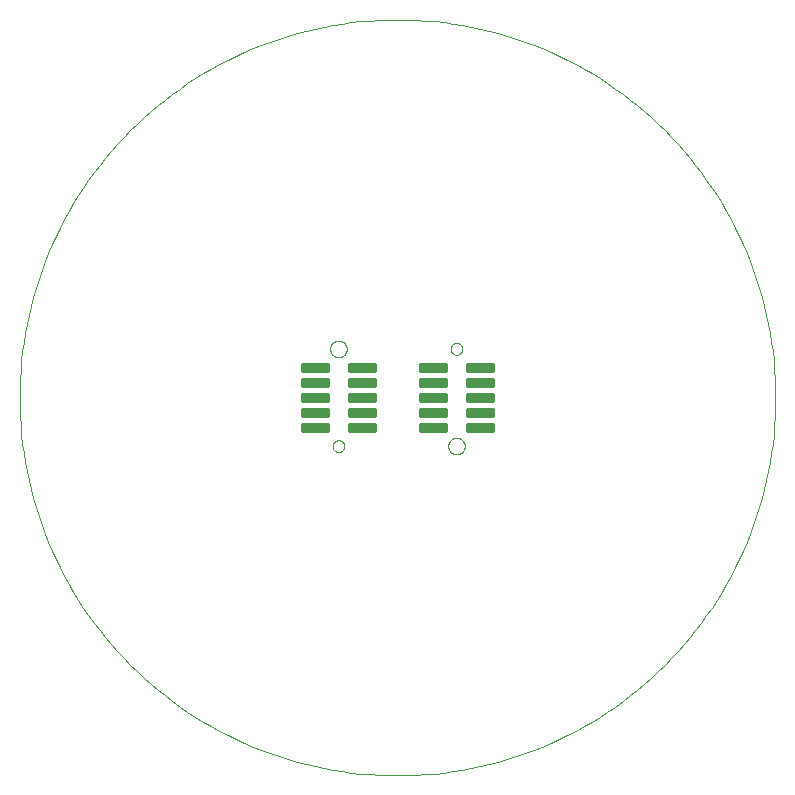
<source format=gbp>
G75*
%MOIN*%
%OFA0B0*%
%FSLAX25Y25*%
%IPPOS*%
%LPD*%
%AMOC8*
5,1,8,0,0,1.08239X$1,22.5*
%
%ADD10C,0.00394*%
%ADD11C,0.01575*%
%ADD12C,0.00000*%
D10*
X0001394Y0127378D02*
X0001432Y0130470D01*
X0001546Y0133560D01*
X0001735Y0136646D01*
X0002001Y0139727D01*
X0002341Y0142800D01*
X0002758Y0145864D01*
X0003249Y0148916D01*
X0003815Y0151956D01*
X0004455Y0154981D01*
X0005170Y0157990D01*
X0005958Y0160980D01*
X0006819Y0163949D01*
X0007753Y0166897D01*
X0008759Y0169821D01*
X0009836Y0172719D01*
X0010984Y0175590D01*
X0012202Y0178432D01*
X0013490Y0181243D01*
X0014846Y0184022D01*
X0016270Y0186766D01*
X0017761Y0189475D01*
X0019318Y0192147D01*
X0020940Y0194779D01*
X0022626Y0197371D01*
X0024375Y0199921D01*
X0026187Y0202427D01*
X0028059Y0204887D01*
X0029991Y0207301D01*
X0031982Y0209667D01*
X0034030Y0211984D01*
X0036134Y0214249D01*
X0038294Y0216462D01*
X0040507Y0218622D01*
X0042772Y0220726D01*
X0045089Y0222774D01*
X0047455Y0224765D01*
X0049869Y0226697D01*
X0052329Y0228569D01*
X0054835Y0230381D01*
X0057385Y0232130D01*
X0059977Y0233816D01*
X0062609Y0235438D01*
X0065281Y0236995D01*
X0067990Y0238486D01*
X0070734Y0239910D01*
X0073513Y0241266D01*
X0076324Y0242554D01*
X0079166Y0243772D01*
X0082037Y0244920D01*
X0084935Y0245997D01*
X0087859Y0247003D01*
X0090807Y0247937D01*
X0093776Y0248798D01*
X0096766Y0249586D01*
X0099775Y0250301D01*
X0102800Y0250941D01*
X0105840Y0251507D01*
X0108892Y0251998D01*
X0111956Y0252415D01*
X0115029Y0252755D01*
X0118110Y0253021D01*
X0121196Y0253210D01*
X0124286Y0253324D01*
X0127378Y0253362D01*
X0130470Y0253324D01*
X0133560Y0253210D01*
X0136646Y0253021D01*
X0139727Y0252755D01*
X0142800Y0252415D01*
X0145864Y0251998D01*
X0148916Y0251507D01*
X0151956Y0250941D01*
X0154981Y0250301D01*
X0157990Y0249586D01*
X0160980Y0248798D01*
X0163949Y0247937D01*
X0166897Y0247003D01*
X0169821Y0245997D01*
X0172719Y0244920D01*
X0175590Y0243772D01*
X0178432Y0242554D01*
X0181243Y0241266D01*
X0184022Y0239910D01*
X0186766Y0238486D01*
X0189475Y0236995D01*
X0192147Y0235438D01*
X0194779Y0233816D01*
X0197371Y0232130D01*
X0199921Y0230381D01*
X0202427Y0228569D01*
X0204887Y0226697D01*
X0207301Y0224765D01*
X0209667Y0222774D01*
X0211984Y0220726D01*
X0214249Y0218622D01*
X0216462Y0216462D01*
X0218622Y0214249D01*
X0220726Y0211984D01*
X0222774Y0209667D01*
X0224765Y0207301D01*
X0226697Y0204887D01*
X0228569Y0202427D01*
X0230381Y0199921D01*
X0232130Y0197371D01*
X0233816Y0194779D01*
X0235438Y0192147D01*
X0236995Y0189475D01*
X0238486Y0186766D01*
X0239910Y0184022D01*
X0241266Y0181243D01*
X0242554Y0178432D01*
X0243772Y0175590D01*
X0244920Y0172719D01*
X0245997Y0169821D01*
X0247003Y0166897D01*
X0247937Y0163949D01*
X0248798Y0160980D01*
X0249586Y0157990D01*
X0250301Y0154981D01*
X0250941Y0151956D01*
X0251507Y0148916D01*
X0251998Y0145864D01*
X0252415Y0142800D01*
X0252755Y0139727D01*
X0253021Y0136646D01*
X0253210Y0133560D01*
X0253324Y0130470D01*
X0253362Y0127378D01*
X0253324Y0124286D01*
X0253210Y0121196D01*
X0253021Y0118110D01*
X0252755Y0115029D01*
X0252415Y0111956D01*
X0251998Y0108892D01*
X0251507Y0105840D01*
X0250941Y0102800D01*
X0250301Y0099775D01*
X0249586Y0096766D01*
X0248798Y0093776D01*
X0247937Y0090807D01*
X0247003Y0087859D01*
X0245997Y0084935D01*
X0244920Y0082037D01*
X0243772Y0079166D01*
X0242554Y0076324D01*
X0241266Y0073513D01*
X0239910Y0070734D01*
X0238486Y0067990D01*
X0236995Y0065281D01*
X0235438Y0062609D01*
X0233816Y0059977D01*
X0232130Y0057385D01*
X0230381Y0054835D01*
X0228569Y0052329D01*
X0226697Y0049869D01*
X0224765Y0047455D01*
X0222774Y0045089D01*
X0220726Y0042772D01*
X0218622Y0040507D01*
X0216462Y0038294D01*
X0214249Y0036134D01*
X0211984Y0034030D01*
X0209667Y0031982D01*
X0207301Y0029991D01*
X0204887Y0028059D01*
X0202427Y0026187D01*
X0199921Y0024375D01*
X0197371Y0022626D01*
X0194779Y0020940D01*
X0192147Y0019318D01*
X0189475Y0017761D01*
X0186766Y0016270D01*
X0184022Y0014846D01*
X0181243Y0013490D01*
X0178432Y0012202D01*
X0175590Y0010984D01*
X0172719Y0009836D01*
X0169821Y0008759D01*
X0166897Y0007753D01*
X0163949Y0006819D01*
X0160980Y0005958D01*
X0157990Y0005170D01*
X0154981Y0004455D01*
X0151956Y0003815D01*
X0148916Y0003249D01*
X0145864Y0002758D01*
X0142800Y0002341D01*
X0139727Y0002001D01*
X0136646Y0001735D01*
X0133560Y0001546D01*
X0130470Y0001432D01*
X0127378Y0001394D01*
X0124286Y0001432D01*
X0121196Y0001546D01*
X0118110Y0001735D01*
X0115029Y0002001D01*
X0111956Y0002341D01*
X0108892Y0002758D01*
X0105840Y0003249D01*
X0102800Y0003815D01*
X0099775Y0004455D01*
X0096766Y0005170D01*
X0093776Y0005958D01*
X0090807Y0006819D01*
X0087859Y0007753D01*
X0084935Y0008759D01*
X0082037Y0009836D01*
X0079166Y0010984D01*
X0076324Y0012202D01*
X0073513Y0013490D01*
X0070734Y0014846D01*
X0067990Y0016270D01*
X0065281Y0017761D01*
X0062609Y0019318D01*
X0059977Y0020940D01*
X0057385Y0022626D01*
X0054835Y0024375D01*
X0052329Y0026187D01*
X0049869Y0028059D01*
X0047455Y0029991D01*
X0045089Y0031982D01*
X0042772Y0034030D01*
X0040507Y0036134D01*
X0038294Y0038294D01*
X0036134Y0040507D01*
X0034030Y0042772D01*
X0031982Y0045089D01*
X0029991Y0047455D01*
X0028059Y0049869D01*
X0026187Y0052329D01*
X0024375Y0054835D01*
X0022626Y0057385D01*
X0020940Y0059977D01*
X0019318Y0062609D01*
X0017761Y0065281D01*
X0016270Y0067990D01*
X0014846Y0070734D01*
X0013490Y0073513D01*
X0012202Y0076324D01*
X0010984Y0079166D01*
X0009836Y0082037D01*
X0008759Y0084935D01*
X0007753Y0087859D01*
X0006819Y0090807D01*
X0005958Y0093776D01*
X0005170Y0096766D01*
X0004455Y0099775D01*
X0003815Y0102800D01*
X0003249Y0105840D01*
X0002758Y0108892D01*
X0002341Y0111956D01*
X0002001Y0115029D01*
X0001735Y0118110D01*
X0001546Y0121196D01*
X0001432Y0124286D01*
X0001394Y0127378D01*
D11*
X0095882Y0126590D02*
X0095882Y0128166D01*
X0103756Y0128166D01*
X0103756Y0126590D01*
X0095882Y0126590D01*
X0095882Y0128164D02*
X0103756Y0128164D01*
X0095882Y0131590D02*
X0095882Y0133166D01*
X0103756Y0133166D01*
X0103756Y0131590D01*
X0095882Y0131590D01*
X0095882Y0133164D02*
X0103756Y0133164D01*
X0095882Y0136590D02*
X0095882Y0138166D01*
X0103756Y0138166D01*
X0103756Y0136590D01*
X0095882Y0136590D01*
X0095882Y0138164D02*
X0103756Y0138164D01*
X0111630Y0138166D02*
X0111630Y0136590D01*
X0111630Y0138166D02*
X0119504Y0138166D01*
X0119504Y0136590D01*
X0111630Y0136590D01*
X0111630Y0138164D02*
X0119504Y0138164D01*
X0111630Y0133166D02*
X0111630Y0131590D01*
X0111630Y0133166D02*
X0119504Y0133166D01*
X0119504Y0131590D01*
X0111630Y0131590D01*
X0111630Y0133164D02*
X0119504Y0133164D01*
X0111630Y0128166D02*
X0111630Y0126590D01*
X0111630Y0128166D02*
X0119504Y0128166D01*
X0119504Y0126590D01*
X0111630Y0126590D01*
X0111630Y0128164D02*
X0119504Y0128164D01*
X0111630Y0123166D02*
X0111630Y0121590D01*
X0111630Y0123166D02*
X0119504Y0123166D01*
X0119504Y0121590D01*
X0111630Y0121590D01*
X0111630Y0123164D02*
X0119504Y0123164D01*
X0111630Y0118166D02*
X0111630Y0116590D01*
X0111630Y0118166D02*
X0119504Y0118166D01*
X0119504Y0116590D01*
X0111630Y0116590D01*
X0111630Y0118164D02*
X0119504Y0118164D01*
X0095882Y0118166D02*
X0095882Y0116590D01*
X0095882Y0118166D02*
X0103756Y0118166D01*
X0103756Y0116590D01*
X0095882Y0116590D01*
X0095882Y0118164D02*
X0103756Y0118164D01*
X0095882Y0121590D02*
X0095882Y0123166D01*
X0103756Y0123166D01*
X0103756Y0121590D01*
X0095882Y0121590D01*
X0095882Y0123164D02*
X0103756Y0123164D01*
X0143126Y0123166D02*
X0143126Y0121590D01*
X0135252Y0121590D01*
X0135252Y0123166D01*
X0143126Y0123166D01*
X0143126Y0123164D02*
X0135252Y0123164D01*
X0143126Y0126590D02*
X0143126Y0128166D01*
X0143126Y0126590D02*
X0135252Y0126590D01*
X0135252Y0128166D01*
X0143126Y0128166D01*
X0143126Y0128164D02*
X0135252Y0128164D01*
X0143126Y0131590D02*
X0143126Y0133166D01*
X0143126Y0131590D02*
X0135252Y0131590D01*
X0135252Y0133166D01*
X0143126Y0133166D01*
X0143126Y0133164D02*
X0135252Y0133164D01*
X0143126Y0136590D02*
X0143126Y0138166D01*
X0143126Y0136590D02*
X0135252Y0136590D01*
X0135252Y0138166D01*
X0143126Y0138166D01*
X0143126Y0138164D02*
X0135252Y0138164D01*
X0158874Y0138166D02*
X0158874Y0136590D01*
X0151000Y0136590D01*
X0151000Y0138166D01*
X0158874Y0138166D01*
X0158874Y0138164D02*
X0151000Y0138164D01*
X0158874Y0133166D02*
X0158874Y0131590D01*
X0151000Y0131590D01*
X0151000Y0133166D01*
X0158874Y0133166D01*
X0158874Y0133164D02*
X0151000Y0133164D01*
X0158874Y0128166D02*
X0158874Y0126590D01*
X0151000Y0126590D01*
X0151000Y0128166D01*
X0158874Y0128166D01*
X0158874Y0128164D02*
X0151000Y0128164D01*
X0158874Y0123166D02*
X0158874Y0121590D01*
X0151000Y0121590D01*
X0151000Y0123166D01*
X0158874Y0123166D01*
X0158874Y0123164D02*
X0151000Y0123164D01*
X0158874Y0118166D02*
X0158874Y0116590D01*
X0151000Y0116590D01*
X0151000Y0118166D01*
X0158874Y0118166D01*
X0158874Y0118164D02*
X0151000Y0118164D01*
X0143126Y0118166D02*
X0143126Y0116590D01*
X0135252Y0116590D01*
X0135252Y0118166D01*
X0143126Y0118166D01*
X0143126Y0118164D02*
X0135252Y0118164D01*
D12*
X0105724Y0111177D02*
X0105726Y0111265D01*
X0105732Y0111353D01*
X0105742Y0111441D01*
X0105756Y0111529D01*
X0105773Y0111615D01*
X0105795Y0111701D01*
X0105820Y0111785D01*
X0105850Y0111869D01*
X0105882Y0111951D01*
X0105919Y0112031D01*
X0105959Y0112110D01*
X0106003Y0112187D01*
X0106050Y0112262D01*
X0106100Y0112334D01*
X0106154Y0112405D01*
X0106210Y0112472D01*
X0106270Y0112538D01*
X0106332Y0112600D01*
X0106398Y0112660D01*
X0106465Y0112716D01*
X0106536Y0112770D01*
X0106608Y0112820D01*
X0106683Y0112867D01*
X0106760Y0112911D01*
X0106839Y0112951D01*
X0106919Y0112988D01*
X0107001Y0113020D01*
X0107085Y0113050D01*
X0107169Y0113075D01*
X0107255Y0113097D01*
X0107341Y0113114D01*
X0107429Y0113128D01*
X0107517Y0113138D01*
X0107605Y0113144D01*
X0107693Y0113146D01*
X0107781Y0113144D01*
X0107869Y0113138D01*
X0107957Y0113128D01*
X0108045Y0113114D01*
X0108131Y0113097D01*
X0108217Y0113075D01*
X0108301Y0113050D01*
X0108385Y0113020D01*
X0108467Y0112988D01*
X0108547Y0112951D01*
X0108626Y0112911D01*
X0108703Y0112867D01*
X0108778Y0112820D01*
X0108850Y0112770D01*
X0108921Y0112716D01*
X0108988Y0112660D01*
X0109054Y0112600D01*
X0109116Y0112538D01*
X0109176Y0112472D01*
X0109232Y0112405D01*
X0109286Y0112334D01*
X0109336Y0112262D01*
X0109383Y0112187D01*
X0109427Y0112110D01*
X0109467Y0112031D01*
X0109504Y0111951D01*
X0109536Y0111869D01*
X0109566Y0111785D01*
X0109591Y0111701D01*
X0109613Y0111615D01*
X0109630Y0111529D01*
X0109644Y0111441D01*
X0109654Y0111353D01*
X0109660Y0111265D01*
X0109662Y0111177D01*
X0109660Y0111089D01*
X0109654Y0111001D01*
X0109644Y0110913D01*
X0109630Y0110825D01*
X0109613Y0110739D01*
X0109591Y0110653D01*
X0109566Y0110569D01*
X0109536Y0110485D01*
X0109504Y0110403D01*
X0109467Y0110323D01*
X0109427Y0110244D01*
X0109383Y0110167D01*
X0109336Y0110092D01*
X0109286Y0110020D01*
X0109232Y0109949D01*
X0109176Y0109882D01*
X0109116Y0109816D01*
X0109054Y0109754D01*
X0108988Y0109694D01*
X0108921Y0109638D01*
X0108850Y0109584D01*
X0108778Y0109534D01*
X0108703Y0109487D01*
X0108626Y0109443D01*
X0108547Y0109403D01*
X0108467Y0109366D01*
X0108385Y0109334D01*
X0108301Y0109304D01*
X0108217Y0109279D01*
X0108131Y0109257D01*
X0108045Y0109240D01*
X0107957Y0109226D01*
X0107869Y0109216D01*
X0107781Y0109210D01*
X0107693Y0109208D01*
X0107605Y0109210D01*
X0107517Y0109216D01*
X0107429Y0109226D01*
X0107341Y0109240D01*
X0107255Y0109257D01*
X0107169Y0109279D01*
X0107085Y0109304D01*
X0107001Y0109334D01*
X0106919Y0109366D01*
X0106839Y0109403D01*
X0106760Y0109443D01*
X0106683Y0109487D01*
X0106608Y0109534D01*
X0106536Y0109584D01*
X0106465Y0109638D01*
X0106398Y0109694D01*
X0106332Y0109754D01*
X0106270Y0109816D01*
X0106210Y0109882D01*
X0106154Y0109949D01*
X0106100Y0110020D01*
X0106050Y0110092D01*
X0106003Y0110167D01*
X0105959Y0110244D01*
X0105919Y0110323D01*
X0105882Y0110403D01*
X0105850Y0110485D01*
X0105820Y0110569D01*
X0105795Y0110653D01*
X0105773Y0110739D01*
X0105756Y0110825D01*
X0105742Y0110913D01*
X0105732Y0111001D01*
X0105726Y0111089D01*
X0105724Y0111177D01*
X0104937Y0143579D02*
X0104939Y0143684D01*
X0104945Y0143789D01*
X0104955Y0143893D01*
X0104969Y0143997D01*
X0104987Y0144101D01*
X0105009Y0144203D01*
X0105034Y0144305D01*
X0105064Y0144406D01*
X0105097Y0144505D01*
X0105134Y0144603D01*
X0105175Y0144700D01*
X0105220Y0144795D01*
X0105268Y0144888D01*
X0105319Y0144980D01*
X0105375Y0145069D01*
X0105433Y0145156D01*
X0105495Y0145241D01*
X0105559Y0145324D01*
X0105627Y0145404D01*
X0105698Y0145481D01*
X0105772Y0145555D01*
X0105849Y0145627D01*
X0105928Y0145696D01*
X0106010Y0145761D01*
X0106094Y0145824D01*
X0106181Y0145883D01*
X0106270Y0145939D01*
X0106361Y0145992D01*
X0106454Y0146041D01*
X0106548Y0146086D01*
X0106644Y0146128D01*
X0106742Y0146166D01*
X0106841Y0146200D01*
X0106942Y0146231D01*
X0107043Y0146257D01*
X0107146Y0146280D01*
X0107249Y0146299D01*
X0107353Y0146314D01*
X0107457Y0146325D01*
X0107562Y0146332D01*
X0107667Y0146335D01*
X0107772Y0146334D01*
X0107877Y0146329D01*
X0107981Y0146320D01*
X0108085Y0146307D01*
X0108189Y0146290D01*
X0108292Y0146269D01*
X0108394Y0146244D01*
X0108495Y0146216D01*
X0108594Y0146183D01*
X0108693Y0146147D01*
X0108790Y0146107D01*
X0108885Y0146064D01*
X0108979Y0146016D01*
X0109071Y0145966D01*
X0109161Y0145912D01*
X0109249Y0145854D01*
X0109334Y0145793D01*
X0109417Y0145729D01*
X0109498Y0145662D01*
X0109576Y0145592D01*
X0109651Y0145518D01*
X0109723Y0145443D01*
X0109793Y0145364D01*
X0109859Y0145283D01*
X0109923Y0145199D01*
X0109983Y0145113D01*
X0110039Y0145025D01*
X0110093Y0144934D01*
X0110143Y0144842D01*
X0110189Y0144748D01*
X0110232Y0144652D01*
X0110271Y0144554D01*
X0110306Y0144456D01*
X0110337Y0144355D01*
X0110365Y0144254D01*
X0110389Y0144152D01*
X0110409Y0144049D01*
X0110425Y0143945D01*
X0110437Y0143841D01*
X0110445Y0143736D01*
X0110449Y0143631D01*
X0110449Y0143527D01*
X0110445Y0143422D01*
X0110437Y0143317D01*
X0110425Y0143213D01*
X0110409Y0143109D01*
X0110389Y0143006D01*
X0110365Y0142904D01*
X0110337Y0142803D01*
X0110306Y0142702D01*
X0110271Y0142604D01*
X0110232Y0142506D01*
X0110189Y0142410D01*
X0110143Y0142316D01*
X0110093Y0142224D01*
X0110039Y0142133D01*
X0109983Y0142045D01*
X0109923Y0141959D01*
X0109859Y0141875D01*
X0109793Y0141794D01*
X0109723Y0141715D01*
X0109651Y0141640D01*
X0109576Y0141566D01*
X0109498Y0141496D01*
X0109417Y0141429D01*
X0109334Y0141365D01*
X0109249Y0141304D01*
X0109161Y0141246D01*
X0109071Y0141192D01*
X0108979Y0141142D01*
X0108885Y0141094D01*
X0108790Y0141051D01*
X0108693Y0141011D01*
X0108594Y0140975D01*
X0108495Y0140942D01*
X0108394Y0140914D01*
X0108292Y0140889D01*
X0108189Y0140868D01*
X0108085Y0140851D01*
X0107981Y0140838D01*
X0107877Y0140829D01*
X0107772Y0140824D01*
X0107667Y0140823D01*
X0107562Y0140826D01*
X0107457Y0140833D01*
X0107353Y0140844D01*
X0107249Y0140859D01*
X0107146Y0140878D01*
X0107043Y0140901D01*
X0106942Y0140927D01*
X0106841Y0140958D01*
X0106742Y0140992D01*
X0106644Y0141030D01*
X0106548Y0141072D01*
X0106454Y0141117D01*
X0106361Y0141166D01*
X0106270Y0141219D01*
X0106181Y0141275D01*
X0106094Y0141334D01*
X0106010Y0141397D01*
X0105928Y0141462D01*
X0105849Y0141531D01*
X0105772Y0141603D01*
X0105698Y0141677D01*
X0105627Y0141754D01*
X0105559Y0141834D01*
X0105495Y0141917D01*
X0105433Y0142002D01*
X0105375Y0142089D01*
X0105319Y0142178D01*
X0105268Y0142270D01*
X0105220Y0142363D01*
X0105175Y0142458D01*
X0105134Y0142555D01*
X0105097Y0142653D01*
X0105064Y0142752D01*
X0105034Y0142853D01*
X0105009Y0142955D01*
X0104987Y0143057D01*
X0104969Y0143161D01*
X0104955Y0143265D01*
X0104945Y0143369D01*
X0104939Y0143474D01*
X0104937Y0143579D01*
X0145094Y0143579D02*
X0145096Y0143667D01*
X0145102Y0143755D01*
X0145112Y0143843D01*
X0145126Y0143931D01*
X0145143Y0144017D01*
X0145165Y0144103D01*
X0145190Y0144187D01*
X0145220Y0144271D01*
X0145252Y0144353D01*
X0145289Y0144433D01*
X0145329Y0144512D01*
X0145373Y0144589D01*
X0145420Y0144664D01*
X0145470Y0144736D01*
X0145524Y0144807D01*
X0145580Y0144874D01*
X0145640Y0144940D01*
X0145702Y0145002D01*
X0145768Y0145062D01*
X0145835Y0145118D01*
X0145906Y0145172D01*
X0145978Y0145222D01*
X0146053Y0145269D01*
X0146130Y0145313D01*
X0146209Y0145353D01*
X0146289Y0145390D01*
X0146371Y0145422D01*
X0146455Y0145452D01*
X0146539Y0145477D01*
X0146625Y0145499D01*
X0146711Y0145516D01*
X0146799Y0145530D01*
X0146887Y0145540D01*
X0146975Y0145546D01*
X0147063Y0145548D01*
X0147151Y0145546D01*
X0147239Y0145540D01*
X0147327Y0145530D01*
X0147415Y0145516D01*
X0147501Y0145499D01*
X0147587Y0145477D01*
X0147671Y0145452D01*
X0147755Y0145422D01*
X0147837Y0145390D01*
X0147917Y0145353D01*
X0147996Y0145313D01*
X0148073Y0145269D01*
X0148148Y0145222D01*
X0148220Y0145172D01*
X0148291Y0145118D01*
X0148358Y0145062D01*
X0148424Y0145002D01*
X0148486Y0144940D01*
X0148546Y0144874D01*
X0148602Y0144807D01*
X0148656Y0144736D01*
X0148706Y0144664D01*
X0148753Y0144589D01*
X0148797Y0144512D01*
X0148837Y0144433D01*
X0148874Y0144353D01*
X0148906Y0144271D01*
X0148936Y0144187D01*
X0148961Y0144103D01*
X0148983Y0144017D01*
X0149000Y0143931D01*
X0149014Y0143843D01*
X0149024Y0143755D01*
X0149030Y0143667D01*
X0149032Y0143579D01*
X0149030Y0143491D01*
X0149024Y0143403D01*
X0149014Y0143315D01*
X0149000Y0143227D01*
X0148983Y0143141D01*
X0148961Y0143055D01*
X0148936Y0142971D01*
X0148906Y0142887D01*
X0148874Y0142805D01*
X0148837Y0142725D01*
X0148797Y0142646D01*
X0148753Y0142569D01*
X0148706Y0142494D01*
X0148656Y0142422D01*
X0148602Y0142351D01*
X0148546Y0142284D01*
X0148486Y0142218D01*
X0148424Y0142156D01*
X0148358Y0142096D01*
X0148291Y0142040D01*
X0148220Y0141986D01*
X0148148Y0141936D01*
X0148073Y0141889D01*
X0147996Y0141845D01*
X0147917Y0141805D01*
X0147837Y0141768D01*
X0147755Y0141736D01*
X0147671Y0141706D01*
X0147587Y0141681D01*
X0147501Y0141659D01*
X0147415Y0141642D01*
X0147327Y0141628D01*
X0147239Y0141618D01*
X0147151Y0141612D01*
X0147063Y0141610D01*
X0146975Y0141612D01*
X0146887Y0141618D01*
X0146799Y0141628D01*
X0146711Y0141642D01*
X0146625Y0141659D01*
X0146539Y0141681D01*
X0146455Y0141706D01*
X0146371Y0141736D01*
X0146289Y0141768D01*
X0146209Y0141805D01*
X0146130Y0141845D01*
X0146053Y0141889D01*
X0145978Y0141936D01*
X0145906Y0141986D01*
X0145835Y0142040D01*
X0145768Y0142096D01*
X0145702Y0142156D01*
X0145640Y0142218D01*
X0145580Y0142284D01*
X0145524Y0142351D01*
X0145470Y0142422D01*
X0145420Y0142494D01*
X0145373Y0142569D01*
X0145329Y0142646D01*
X0145289Y0142725D01*
X0145252Y0142805D01*
X0145220Y0142887D01*
X0145190Y0142971D01*
X0145165Y0143055D01*
X0145143Y0143141D01*
X0145126Y0143227D01*
X0145112Y0143315D01*
X0145102Y0143403D01*
X0145096Y0143491D01*
X0145094Y0143579D01*
X0144307Y0111177D02*
X0144309Y0111282D01*
X0144315Y0111387D01*
X0144325Y0111491D01*
X0144339Y0111595D01*
X0144357Y0111699D01*
X0144379Y0111801D01*
X0144404Y0111903D01*
X0144434Y0112004D01*
X0144467Y0112103D01*
X0144504Y0112201D01*
X0144545Y0112298D01*
X0144590Y0112393D01*
X0144638Y0112486D01*
X0144689Y0112578D01*
X0144745Y0112667D01*
X0144803Y0112754D01*
X0144865Y0112839D01*
X0144929Y0112922D01*
X0144997Y0113002D01*
X0145068Y0113079D01*
X0145142Y0113153D01*
X0145219Y0113225D01*
X0145298Y0113294D01*
X0145380Y0113359D01*
X0145464Y0113422D01*
X0145551Y0113481D01*
X0145640Y0113537D01*
X0145731Y0113590D01*
X0145824Y0113639D01*
X0145918Y0113684D01*
X0146014Y0113726D01*
X0146112Y0113764D01*
X0146211Y0113798D01*
X0146312Y0113829D01*
X0146413Y0113855D01*
X0146516Y0113878D01*
X0146619Y0113897D01*
X0146723Y0113912D01*
X0146827Y0113923D01*
X0146932Y0113930D01*
X0147037Y0113933D01*
X0147142Y0113932D01*
X0147247Y0113927D01*
X0147351Y0113918D01*
X0147455Y0113905D01*
X0147559Y0113888D01*
X0147662Y0113867D01*
X0147764Y0113842D01*
X0147865Y0113814D01*
X0147964Y0113781D01*
X0148063Y0113745D01*
X0148160Y0113705D01*
X0148255Y0113662D01*
X0148349Y0113614D01*
X0148441Y0113564D01*
X0148531Y0113510D01*
X0148619Y0113452D01*
X0148704Y0113391D01*
X0148787Y0113327D01*
X0148868Y0113260D01*
X0148946Y0113190D01*
X0149021Y0113116D01*
X0149093Y0113041D01*
X0149163Y0112962D01*
X0149229Y0112881D01*
X0149293Y0112797D01*
X0149353Y0112711D01*
X0149409Y0112623D01*
X0149463Y0112532D01*
X0149513Y0112440D01*
X0149559Y0112346D01*
X0149602Y0112250D01*
X0149641Y0112152D01*
X0149676Y0112054D01*
X0149707Y0111953D01*
X0149735Y0111852D01*
X0149759Y0111750D01*
X0149779Y0111647D01*
X0149795Y0111543D01*
X0149807Y0111439D01*
X0149815Y0111334D01*
X0149819Y0111229D01*
X0149819Y0111125D01*
X0149815Y0111020D01*
X0149807Y0110915D01*
X0149795Y0110811D01*
X0149779Y0110707D01*
X0149759Y0110604D01*
X0149735Y0110502D01*
X0149707Y0110401D01*
X0149676Y0110300D01*
X0149641Y0110202D01*
X0149602Y0110104D01*
X0149559Y0110008D01*
X0149513Y0109914D01*
X0149463Y0109822D01*
X0149409Y0109731D01*
X0149353Y0109643D01*
X0149293Y0109557D01*
X0149229Y0109473D01*
X0149163Y0109392D01*
X0149093Y0109313D01*
X0149021Y0109238D01*
X0148946Y0109164D01*
X0148868Y0109094D01*
X0148787Y0109027D01*
X0148704Y0108963D01*
X0148619Y0108902D01*
X0148531Y0108844D01*
X0148441Y0108790D01*
X0148349Y0108740D01*
X0148255Y0108692D01*
X0148160Y0108649D01*
X0148063Y0108609D01*
X0147964Y0108573D01*
X0147865Y0108540D01*
X0147764Y0108512D01*
X0147662Y0108487D01*
X0147559Y0108466D01*
X0147455Y0108449D01*
X0147351Y0108436D01*
X0147247Y0108427D01*
X0147142Y0108422D01*
X0147037Y0108421D01*
X0146932Y0108424D01*
X0146827Y0108431D01*
X0146723Y0108442D01*
X0146619Y0108457D01*
X0146516Y0108476D01*
X0146413Y0108499D01*
X0146312Y0108525D01*
X0146211Y0108556D01*
X0146112Y0108590D01*
X0146014Y0108628D01*
X0145918Y0108670D01*
X0145824Y0108715D01*
X0145731Y0108764D01*
X0145640Y0108817D01*
X0145551Y0108873D01*
X0145464Y0108932D01*
X0145380Y0108995D01*
X0145298Y0109060D01*
X0145219Y0109129D01*
X0145142Y0109201D01*
X0145068Y0109275D01*
X0144997Y0109352D01*
X0144929Y0109432D01*
X0144865Y0109515D01*
X0144803Y0109600D01*
X0144745Y0109687D01*
X0144689Y0109776D01*
X0144638Y0109868D01*
X0144590Y0109961D01*
X0144545Y0110056D01*
X0144504Y0110153D01*
X0144467Y0110251D01*
X0144434Y0110350D01*
X0144404Y0110451D01*
X0144379Y0110553D01*
X0144357Y0110655D01*
X0144339Y0110759D01*
X0144325Y0110863D01*
X0144315Y0110967D01*
X0144309Y0111072D01*
X0144307Y0111177D01*
M02*

</source>
